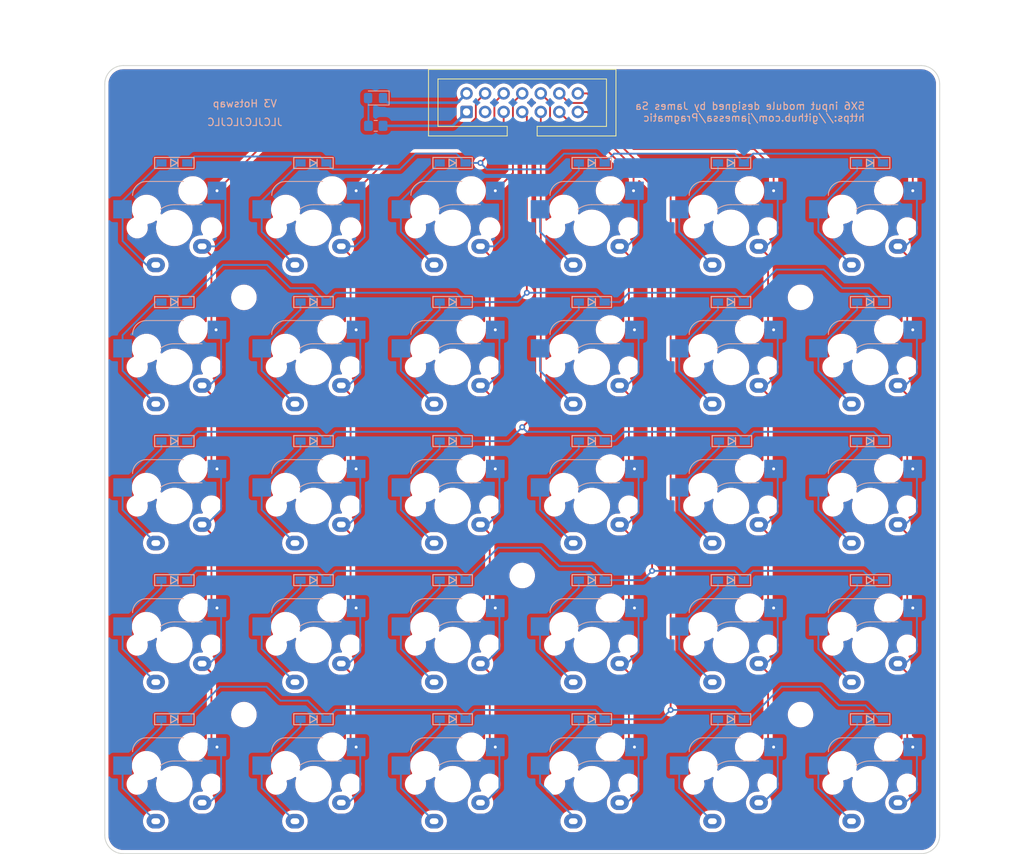
<source format=kicad_pcb>
(kicad_pcb (version 20211014) (generator pcbnew)
  (title_block (title "Pragmatic 5x6 input module") (date "2022-03-22") (rev "3") (company "James Sa"))
  (layers (0 "F.Cu" signal) (31 "B.Cu" signal) (34 "B.Paste" user) (35 "F.Paste" user) (36 "B.SilkS" user "B.Silkscreen") (37 "F.SilkS" user "F.Silkscreen") (38 "B.Mask" user) (39 "F.Mask" user) (44 "Edge.Cuts" user))
  (net 0 "")
  (net 1 "Net-(D1-Pad2)")
  (net 3 "Net-(D2-Pad2)")
  (net 4 "Col1")
  (net 5 "Net-(D7-Pad2)")
  (net 6 "Row2")
  (net 7 "Net-(D8-Pad2)")
  (net 8 "VCC")
  (net 9 "Col3")
  (net 10 "Col2")
  (net 11 "Row3")
  (net 12 "GND")
  (net 13 "Row4")
  (net 14 "Row5")
  (net 15 "Row6")
  (net 16 "Col6")
  (net 17 "Col5")
  (net 18 "Col4")
  (net 19 "Net-(D37-Pad2)")
  (net 20 "Net-(D3-Pad2)")
  (net 21 "Net-(D4-Pad2)")
  (net 22 "Net-(D5-Pad2)")
  (net 23 "Net-(D6-Pad2)")
  (net 24 "Net-(D9-Pad2)")
  (net 25 "Net-(D10-Pad2)")
  (net 26 "Net-(D11-Pad2)")
  (net 27 "Net-(D12-Pad2)")
  (net 28 "Net-(D13-Pad2)")
  (net 29 "Net-(D14-Pad2)")
  (net 30 "Net-(D15-Pad2)")
  (net 31 "Net-(D16-Pad2)")
  (net 32 "Net-(D17-Pad2)")
  (net 33 "Net-(D18-Pad2)")
  (net 34 "Net-(D19-Pad2)")
  (net 35 "Net-(D20-Pad2)")
  (net 36 "Net-(D21-Pad2)")
  (net 37 "Net-(D22-Pad2)")
  (net 38 "Net-(D23-Pad2)")
  (net 39 "Net-(D24-Pad2)")
  (net 40 "Net-(D25-Pad2)")
  (net 41 "Net-(D26-Pad2)")
  (net 42 "Net-(D27-Pad2)")
  (net 43 "Net-(D28-Pad2)")
  (net 44 "Net-(D29-Pad2)")
  (net 45 "Net-(D30-Pad2)")
  (footprint "Keyboard_JSA:CherryMX_Hotswap" (layer "F.Cu") (at 57.15 57.15)
    (fp_text reference "SW1" hide)
    (fp_text value "SW_Push" hide)
  )
  (footprint "Keyboard_JSA:CherryMX_Hotswap" (layer "F.Cu") (at 57.15 76.2)
    (fp_text reference "SW7" hide)
    (fp_text value "SW_Push" hide)
  )
  (footprint "Keyboard_JSA:CherryMX_Hotswap" (layer "F.Cu") (at 76.2 76.2)
    (fp_text reference "SW8" hide)
    (fp_text value "SW_Push" hide)
  )
  (footprint "Keyboard_JSA:CherryMX_Hotswap" (layer "F.Cu") (at 76.2 57.15)
    (fp_text reference "SW2" hide)
    (fp_text value "SW_Push" hide)
  )
  (footprint "Keyboard_JSA:CherryMX_Hotswap" (layer "F.Cu") (at 95.25 57.15)
    (fp_text reference "SW3" hide)
    (fp_text value "SW_Push" hide)
  )
  (footprint "Keyboard_JSA:CherryMX_Hotswap" (layer "F.Cu") (at 114.3 57.15)
    (fp_text reference "SW4" hide)
    (fp_text value "SW_Push" hide)
  )
  (footprint "Keyboard_JSA:CherryMX_Hotswap" (layer "F.Cu") (at 133.35 57.15)
    (fp_text reference "SW5" hide)
    (fp_text value "SW_Push" hide)
  )
  (footprint "Keyboard_JSA:CherryMX_Hotswap" (layer "F.Cu") (at 152.4 57.15)
    (fp_text reference "SW6" hide)
    (fp_text value "SW_Push" hide)
  )
  (footprint "Keyboard_JSA:CherryMX_Hotswap" (layer "F.Cu") (at 95.25 76.2)
    (fp_text reference "SW9" hide)
    (fp_text value "SW_Push" hide)
  )
  (footprint "Keyboard_JSA:CherryMX_Hotswap" (layer "F.Cu") (at 114.3 76.2)
    (fp_text reference "SW10" hide)
    (fp_text value "SW_Push" hide)
  )
  (footprint "Keyboard_JSA:CherryMX_Hotswap" (layer "F.Cu") (at 133.35 76.2)
    (fp_text reference "SW11" hide)
    (fp_text value "SW_Push" hide)
  )
  (footprint "Keyboard_JSA:CherryMX_Hotswap" (layer "F.Cu") (at 152.4 76.2)
    (fp_text reference "SW12" hide)
    (fp_text value "SW_Push" hide)
  )
  (footprint "Keyboard_JSA:CherryMX_Hotswap" (layer "F.Cu") (at 57.15 95.25)
    (fp_text reference "SW13" hide)
    (fp_text value "SW_Push" hide)
  )
  (footprint "Keyboard_JSA:CherryMX_Hotswap" (layer "F.Cu") (at 76.2 95.25)
    (fp_text reference "SW14" hide)
    (fp_text value "SW_Push" hide)
  )
  (footprint "Keyboard_JSA:CherryMX_Hotswap" (layer "F.Cu") (at 95.25 95.25)
    (fp_text reference "SW15" hide)
    (fp_text value "SW_Push" hide)
  )
  (footprint "Keyboard_JSA:CherryMX_Hotswap" (layer "F.Cu") (at 114.3 95.25)
    (fp_text reference "SW16" hide)
    (fp_text value "SW_Push" hide)
  )
  (footprint "Keyboard_JSA:CherryMX_Hotswap" (layer "F.Cu") (at 133.35 95.25)
    (fp_text reference "SW17" hide)
    (fp_text value "SW_Push" hide)
  )
  (footprint "Keyboard_JSA:CherryMX_Hotswap" (layer "F.Cu") (at 152.4 95.25)
    (fp_text reference "SW18" hide)
    (fp_text value "SW_Push" hide)
  )
  (footprint "Keyboard_JSA:CherryMX_Hotswap" (layer "F.Cu") (at 57.15 114.3)
    (fp_text reference "SW19" hide)
    (fp_text value "SW_Push" hide)
  )
  (footprint "Keyboard_JSA:CherryMX_Hotswap" (layer "F.Cu") (at 76.2 114.3)
    (fp_text reference "SW20" hide)
    (fp_text value "SW_Push" hide)
  )
  (footprint "Keyboard_JSA:CherryMX_Hotswap" (layer "F.Cu") (at 95.25 114.3)
    (fp_text reference "SW21" hide)
    (fp_text value "SW_Push" hide)
  )
  (footprint "Keyboard_JSA:CherryMX_Hotswap" (layer "F.Cu") (at 114.3 114.3)
    (fp_text reference "SW22" hide)
    (fp_text value "SW_Push" hide)
  )
  (footprint "Keyboard_JSA:CherryMX_Hotswap" (layer "F.Cu") (at 133.35 114.3)
    (fp_text reference "SW23" hide)
    (fp_text value "SW_Push" hide)
  )
  (footprint "Keyboard_JSA:CherryMX_Hotswap" (layer "F.Cu") (at 152.4 114.3)
    (fp_text reference "SW24" hide)
    (fp_text value "SW_Push" hide)
  )
  (footprint "Keyboard_JSA:CherryMX_Hotswap" (layer "F.Cu") (at 57.15 133.35)
    (fp_text reference "SW25" hide)
    (fp_text value "SW_Push" hide)
  )
  (footprint "Keyboard_JSA:CherryMX_Hotswap" (layer "F.Cu") (at 76.2 133.35)
    (fp_text reference "SW26" hide)
    (fp_text value "SW_Push" hide)
  )
  (footprint "Keyboard_JSA:CherryMX_Hotswap" (layer "F.Cu") (at 95.25 133.35)
    (fp_text reference "SW27" hide)
    (fp_text value "SW_Push" hide)
  )
  (footprint "Keyboard_JSA:CherryMX_Hotswap" (layer "F.Cu") (at 114.3 133.35)
    (fp_text reference "SW28" hide)
    (fp_text value "SW_Push" hide)
  )
  (footprint "Keyboard_JSA:CherryMX_Hotswap" (layer "F.Cu") (at 133.35 133.35)
    (fp_text reference "SW29" hide)
    (fp_text value "SW_Push" hide)
  )
  (footprint "Keyboard_JSA:CherryMX_Hotswap" (layer "F.Cu") (at 152.4 133.35)
    (fp_text reference "SW30" hide)
    (fp_text value "SW_Push" hide)
  )
  (footprint "MountingHole:MountingHole_2.5mm" (layer "F.Cu") (at 104.775 104.775)
    (fp_text reference "H5")
    (fp_text value "MountingHole")
  )
  (footprint "MountingHole:MountingHole_2.5mm" (layer "F.Cu") (at 66.675 66.675)
    (fp_text reference "H1")
    (fp_text value "MountingHole")
  )
  (footprint "MountingHole:MountingHole_2.5mm" (layer "F.Cu") (at 66.675 123.825)
    (fp_text reference "H2")
    (fp_text value "MountingHole")
  )
  (footprint "MountingHole:MountingHole_2.5mm" (layer "F.Cu") (at 142.875 66.675)
    (fp_text reference "H3")
    (fp_text value "MountingHole")
  )
  (footprint "MountingHole:MountingHole_2.5mm" (layer "F.Cu") (at 142.875 123.825)
    (fp_text reference "H4")
    (fp_text value "MountingHole")
  )
  (footprint "Connector_IDC:IDC-Header_2x07_P2.54mm_Vertical" (layer "F.Cu") (at 97.155 41.275 90)
    (fp_text reference "J1" hide)
    (fp_text value "Hand-Soldering")
  )
  (footprint "Pragmatic:Logo" (layer "F.Cu") (at 133.35 42.545)
    (fp_text reference "REF**" hide)
    (fp_text value "Logo" hide)
  )
  (footprint "Symbol:OSHW-Logo_5.7x6mm_Copper" (layer "F.Cu") (at 69.215 41.91)
    (fp_text reference "LOGO1" hide)
    (fp_text value "Logo_Open_Hardware_Small" hide)
  )
  (footprint "Keyboard_Foostan:D3_SMD_v2" (layer "B.Cu") (at 57.15 48.26 180)
    (fp_text reference "D1" hide)
    (fp_text value "1N4148" hide)
  )
  (footprint "Keyboard_Foostan:D3_SMD_v2" (layer "B.Cu") (at 57.15 67.31 180)
    (fp_text reference "D7" hide)
    (fp_text value "1N4148" hide)
  )
  (footprint "Keyboard_Foostan:D3_SMD_v2" (layer "B.Cu") (at 76.2 67.31 180)
    (fp_text reference "D8" hide)
    (fp_text value "1N4148" hide)
  )
  (footprint "Keyboard_Foostan:D3_SMD_v2" (layer "B.Cu") (at 76.2 48.26 180)
    (fp_text reference "D2" hide)
    (fp_text value "1N4148" hide)
  )
  (footprint "Keyboard_Foostan:D3_SMD_v2" (layer "B.Cu") (at 95.25 48.26 180)
    (fp_text reference "D3" hide)
    (fp_text value "1N4148" hide)
  )
  (footprint "Keyboard_Foostan:D3_SMD_v2" (layer "B.Cu") (at 114.3 48.26 180)
    (fp_text reference "D4" hide)
    (fp_text value "1N4148" hide)
  )
  (footprint "Keyboard_Foostan:D3_SMD_v2" (layer "B.Cu") (at 133.35 48.26 180)
    (fp_text reference "D5" hide)
    (fp_text value "1N4148" hide)
  )
  (footprint "Keyboard_Foostan:D3_SMD_v2" (layer "B.Cu") (at 152.4 48.26 180)
    (fp_text reference "D6" hide)
    (fp_text value "1N4148" hide)
  )
  (footprint "Keyboard_Foostan:D3_SMD_v2" (layer "B.Cu") (at 95.25 67.31 180)
    (fp_text reference "D9" hide)
    (fp_text value "1N4148" hide)
  )
  (footprint "Keyboard_Foostan:D3_SMD_v2" (layer "B.Cu") (at 114.3 67.31 180)
    (fp_text reference "D10" hide)
    (fp_text value "1N4148" hide)
  )
  (footprint "Keyboard_Foostan:D3_SMD_v2" (layer "B.Cu") (at 133.35 67.31 180)
    (fp_text reference "D11" hide)
    (fp_text value "1N4148" hide)
  )
  (footprint "Keyboard_Foostan:D3_SMD_v2" (layer "B.Cu") (at 152.4 67.31 180)
    (fp_text reference "D12" hide)
    (fp_text value "1N4148" hide)
  )
  (footprint "Keyboard_Foostan:D3_SMD_v2" (layer "B.Cu") (at 57.15 86.36 180)
    (fp_text reference "D13" hide)
    (fp_text value "1N4148" hide)
  )
  (footprint "Keyboard_Foostan:D3_SMD_v2" (layer "B.Cu") (at 76.2 86.36 180)
    (fp_text reference "D14" hide)
    (fp_text value "1N4148" hide)
  )
  (footprint "Keyboard_Foostan:D3_SMD_v2" (layer "B.Cu") (at 95.25 86.36 180)
    (fp_text reference "D15" hide)
    (fp_text value "1N4148" hide)
  )
  (footprint "Keyboard_Foostan:D3_SMD_v2" (layer "B.Cu") (at 114.3 86.36 180)
    (fp_text reference "D16" hide)
    (fp_text value "1N4148" hide)
  )
  (footprint "Keyboard_Foostan:D3_SMD_v2" (layer "B.Cu") (at 133.48 86.36 180)
    (fp_text reference "D17" hide)
    (fp_text value "1N4148" hide)
  )
  (footprint "Keyboard_Foostan:D3_SMD_v2" (layer "B.Cu") (at 152.4 86.36 180)
    (fp_text reference "D18" hide)
    (fp_text value "1N4148" hide)
  )
  (footprint "Keyboard_Foostan:D3_SMD_v2" (layer "B.Cu") (at 57.15 105.41 180)
    (fp_text reference "D19" hide)
    (fp_text value "1N4148" hide)
  )
  (footprint "Keyboard_Foostan:D3_SMD_v2" (layer "B.Cu") (at 76.2 105.41 180)
    (fp_text reference "D20" hide)
    (fp_text value "1N4148" hide)
  )
  (footprint "Keyboard_Foostan:D3_SMD_v2" (layer "B.Cu") (at 95.25 105.41 180)
    (fp_text reference "D21" hide)
    (fp_text value "1N4148" hide)
  )
  (footprint "Keyboard_Foostan:D3_SMD_v2" (layer "B.Cu") (at 114.3 105.41 180)
    (fp_text reference "D22" hide)
    (fp_text value "1N4148" hide)
  )
  (footprint "Keyboard_Foostan:D3_SMD_v2" (layer "B.Cu") (at 133.35 105.41 180)
    (fp_text reference "D23" hide)
    (fp_text value "1N4148" hide)
  )
  (footprint "Keyboard_Foostan:D3_SMD_v2" (layer "B.Cu") (at 152.4 105.41 180)
    (fp_text reference "D24" hide)
    (fp_text value "1N4148" hide)
  )
  (footprint "Keyboard_Foostan:D3_SMD_v2" (layer "B.Cu") (at 57.15 124.46 180)
    (fp_text reference "D25" hide)
    (fp_text value "1N4148" hide)
  )
  (footprint "Keyboard_Foostan:D3_SMD_v2" (layer "B.Cu") (at 76.2 124.46 180)
    (fp_text reference "D26" hide)
    (fp_text value "1N4148" hide)
  )
  (footprint "Keyboard_Foostan:D3_SMD_v2" (layer "B.Cu") (at 95.25 124.46 180)
    (fp_text reference "D27" hide)
    (fp_text value "1N4148" hide)
  )
  (footprint "Keyboard_Foostan:D3_SMD_v2" (layer "B.Cu") (at 114.3 124.46 180)
    (fp_text reference "D28" hide)
    (fp_text value "1N4148" hide)
  )
  (footprint "Keyboard_Foostan:D3_SMD_v2" (layer "B.Cu") (at 133.35 124.46 180)
    (fp_text reference "D29" hide)
    (fp_text value "1N4148" hide)
  )
  (footprint "Keyboard_Foostan:D3_SMD_v2" (layer "B.Cu") (at 152.4 124.46 180)
    (fp_text reference "D30" hide)
    (fp_text value "1N4148" hide)
  )
  (footprint "LED_SMD:LED_0805_2012Metric_Pad1.15x1.40mm_HandSolder" (layer "B.Cu") (at 84.7 39.37 180)
    (fp_text reference "D37")
    (fp_text value "White LED")
  )
  (footprint "Resistor_SMD:R_0805_2012Metric_Pad1.20x1.40mm_HandSolder" (layer "B.Cu") (at 84.725 43.18 180)
    (fp_text reference "R1")
    (fp_text value "1.5K 1/8W")
  )
  (gr_line (start 50.165 142.875) (end 159.385 142.875) (layer "Edge.Cuts") (width 0.12))
  (gr_arc (start 161.925 140.335) (mid 161.181051 142.131051) (end 159.385 142.875) (layer "Edge.Cuts") (width 0.12))
  (gr_arc (start 159.385 34.925) (mid 161.181051 35.668949) (end 161.925 37.465) (layer "Edge.Cuts") (width 0.12))
  (gr_line (start 161.925 37.465) (end 161.925 140.335) (layer "Edge.Cuts") (width 0.12))
  (gr_arc (start 50.165 142.875) (mid 48.368949 142.131051) (end 47.625 140.335) (layer "Edge.Cuts") (width 0.12))
  (gr_line (start 159.385 34.925) (end 50.165 34.925) (layer "Edge.Cuts") (width 0.12))
  (gr_arc (start 47.625 37.465) (mid 48.368949 35.668949) (end 50.165 34.925) (layer "Edge.Cuts") (width 0.12))
  (gr_line (start 47.625 37.465) (end 47.625 140.335) (layer "Edge.Cuts") (width 0.12))
  (gr_text "5X6 input module designed by James Sa\nhttps://github.com/jamessa/Pragmatic" (at 151.765 41.275) (layer "B.SilkS") (effects (font (size 1 1)) (justify left mirror)))
  (gr_text "김" (at 68.58 84.455) (layer "B.SilkS") (effects (font (size 1 1)) (justify mirror)))
  (gr_text "JLCJLCJLCJLC" (at 66.802 42.672) (layer "B.SilkS") (effects (font (size 1.016 1)) (justify mirror)))
  (gr_text "김" (at 67.31 85.09) (layer "B.SilkS") (effects (font (size 1.5 1.5)) (justify mirror)))
  (gr_text "V3 Hotswap" (at 66.802 40.132) (layer "B.SilkS") (effects (font (size 1 1)) (justify mirror)))
  (segment (start 50.065 54.61) (end 50.065 58.955) (width 0.25) (layer "B.Cu") (net 1))
  (segment (start 50.065 58.955) (end 53.34 62.23) (width 0.25) (layer "B.Cu") (net 1))
  (segment (start 55.375 48.26) (end 55.245 48.26) (width 0.25) (layer "B.Cu") (net 1))
  (segment (start 55.245 48.26) (end 50.065 53.44) (width 0.25) (layer "B.Cu") (net 1))
  (segment (start 53.34 62.23) (end 54.61 62.23) (width 0.25) (layer "B.Cu") (net 1))
  (segment (start 50.065 53.44) (end 50.065 54.61) (width 0.25) (layer "B.Cu") (net 1))
  (segment (start 69.115 54.61) (end 69.115 57.685) (width 0.25) (layer "B.Cu") (net 3))
  (segment (start 69.115 53.44) (end 69.115 54.61) (width 0.25) (layer "B.Cu") (net 3))
  (segment (start 74.425 48.26) (end 74.295 48.26) (width 0.25) (layer "B.Cu") (net 3))
  (segment (start 69.115 57.685) (end 73.66 62.23) (width 0.25) (layer "B.Cu") (net 3))
  (segment (start 74.295 48.26) (end 69.115 53.44) (width 0.25) (layer "B.Cu") (net 3))
  (segment (start 69.596 45.466) (end 62.992 52.07) (width 0.25) (layer "F.Cu") (net 4))
  (segment (start 60.96 59.69) (end 62.23 60.96) (width 0.25) (layer "F.Cu") (net 4))
  (segment (start 62.23 60.96) (end 62.23 70.485) (width 0.25) (layer "F.Cu") (net 4))
  (segment (start 62.23 89.408) (end 62.992 90.17) (width 0.25) (layer "F.Cu") (net 4))
  (segment (start 98.425 42.093861) (end 95.052861 45.466) (width 0.25) (layer "F.Cu") (net 4))
  (segment (start 60.96 78.74) (end 62.23 80.01) (width 0.25) (layer "F.Cu") (net 4))
  (segment (start 62.23 108.458) (end 62.992 109.22) (width 0.25) (layer "F.Cu") (net 4))
  (segment (start 60.96 116.84) (end 62.23 118.11) (width 0.25) (layer "F.Cu") (net 4))
  (segment (start 99.695 38.735) (end 98.425 40.005) (width 0.25) (layer "F.Cu") (net 4))
  (segment (start 62.23 118.11) (end 62.23 127.508) (width 0.25) (layer "F.Cu") (net 4))
  (segment (start 62.23 80.01) (end 62.23 89.408) (width 0.25) (layer "F.Cu") (net 4))
  (segment (start 95.052861 45.466) (end 69.596 45.466) (width 0.25) (layer "F.Cu") (net 4))
  (segment (start 62.23 127.508) (end 62.992 128.27) (width 0.25) (layer "F.Cu") (net 4))
  (segment (start 62.23 99.06) (end 62.23 108.458) (width 0.25) (layer "F.Cu") (net 4))
  (segment (start 60.96 97.79) (end 62.23 99.06) (width 0.25) (layer "F.Cu") (net 4))
  (segment (start 62.23 70.485) (end 62.865 71.12) (width 0.25) (layer "F.Cu") (net 4))
  (segment (start 98.425 40.005) (end 98.425 42.093861) (width 0.25) (layer "F.Cu") (net 4))
  (via (at 62.992 128.27) (size 0.8) (drill 0.4) (layers "F.Cu" "B.Cu") (net 4))
  (via (at 62.992 90.17) (size 0.8) (drill 0.4) (layers "F.Cu" "B.Cu") (net 4))
  (via (at 62.992 109.22) (size 0.8) (drill 0.4) (layers "F.Cu" "B.Cu") (net 4))
  (via (at 62.992 52.07) (size 0.8) (drill 0.4) (layers "F.Cu" "B.Cu") (net 4))
  (via (at 62.865 71.12) (size 0.8) (drill 0.4) (layers "F.Cu" "B.Cu") (net 4))
  (segment (start 63.554521 90.732521) (end 63.554521 95.798636) (width 0.25) (layer "B.Cu") (net 4))
  (segment (start 62.865 59.69) (end 60.96 59.69) (width 0.25) (layer "B.Cu") (net 4))
  (segment (start 64.135 58.42) (end 62.865 59.69) (width 0.25) (layer "B.Cu") (net 4))
  (segment (start 64.135 53.213) (end 64.135 58.42) (width 0.25) (layer "B.Cu") (net 4))
  (segment (start 61.96 135.89) (end 60.96 135.89) (width 0.25) (layer "B.Cu") (net 4))
  (segment (start 61.96 78.74) (end 63.554521 77.145479) (width 0.25) (layer "B.Cu") (net 4))
  (segment (start 62.992 52.07) (end 64.135 53.213) (width 0.25) (layer "B.Cu") (net 4))
  (segment (start 61.563157 97.79) (end 60.96 97.79) (width 0.25) (layer "B.Cu") (net 4))
  (segment (start 63.554521 115.245479) (end 61.96 116.84) (width 0.25) (layer "B.Cu") (net 4))
  (segment (start 63.554521 95.798636) (end 61.563157 97.79) (width 0.25) (layer "B.Cu") (net 4))
  (segment (start 63.554521 77.145479) (end 63.554521 71.809521) (width 0.25) (layer "B.Cu") (net 4))
  (segment (start 63.554521 128.832521) (end 63.554521 134.295479) (width 0.25) (layer "B.Cu") (net 4))
  (segment (start 62.992 128.27) (end 63.554521 128.832521) (width 0.25) (layer "B.Cu") (net 4))
  (segment (start 62.992 90.17) (end 63.554521 90.732521) (width 0.25) (layer "B.Cu") (net 4))
  (segment (start 62.992 109.22) (end 63.554521 109.782521) (width 0.25) (layer "B.Cu") (net 4))
  (segment (start 63.554521 109.782521) (end 63.554521 115.245479) (width 0.25) (layer "B.Cu") (net 4))
  (segment (start 63.554521 134.295479) (end 61.96 135.89) (width 0.25) (layer "B.Cu") (net 4))
  (segment (start 60.96 78.74) (end 61.96 78.74) (width 0.25) (layer "B.Cu") (net 4))
  (segment (start 61.96 116.84) (end 60.96 116.84) (width 0.25) (layer "B.Cu") (net 4))
  (segment (start 63.554521 71.809521) (end 62.865 71.12) (width 0.25) (layer "B.Cu") (net 4))
  (segment (start 54.61 67.31) (end 50.065 71.855) (width 0.25) (layer "B.Cu") (net 5))
  (segment (start 55.375 67.31) (end 54.61 67.31) (width 0.25) (layer "B.Cu") (net 5))
  (segment (start 50.065 71.855) (end 50.065 73.66) (width 0.25) (layer "B.Cu") (net 5))
  (segment (start 50.065 76.735) (end 54.61 81.28) (width 0.25) (layer "B.Cu") (net 5))
  (segment (start 50.065 73.66) (end 50.065 76.735) (width 0.25) (layer "B.Cu") (net 5))
  (segment (start 102.235 41.275) (end 102.235 45.085) (width 0.25) (layer "F.Cu") (net 6))
  (segment (start 102.235 45.085) (end 99.06 48.26) (width 0.25) (layer "F.Cu") (net 6))
  (via (at 99.06 48.26) (size 0.8) (drill 0.4) (layers "F.Cu" "B.Cu") (net 6))
  (segment (start 99.06 48.26) (end 99.938511 49.138511) (width 0.25) (layer "B.Cu") (net 6))
  (segment (start 108.341489 49.138511) (end 110.49 46.99) (width 0.25) (layer "B.Cu") (net 6))
  (segment (start 99.938511 49.138511) (end 108.341489 49.138511) (width 0.25) (layer "B.Cu") (net 6))
  (segment (start 133.855 46.99) (end 135.125 48.26) (width 0.25) (layer "B.Cu") (net 6))
  (segment (start 114.805 46.99) (end 116.075 48.26) (width 0.25) (layer "B.Cu") (net 6))
  (segment (start 116.075 48.26) (end 117.345 46.99) (width 0.25) (layer "B.Cu") (net 6))
  (segment (start 136.395 46.99) (end 135.125 48.26) (width 0.25) (layer "B.Cu") (net 6))
  (segment (start 99.06 48.26) (end 97.025 48.26) (width 0.25) (layer "B.Cu") (net 6))
  (segment (start 154.175 48.26) (end 152.905 46.99) (width 0.25) (layer "B.Cu") (net 6))
  (segment (start 78.853511 49.138511) (end 88.021489 49.138511) (width 0.25) (layer "B.Cu") (net 6))
  (segment (start 88.021489 49.138511) (end 90.17 46.99) (width 0.25) (layer "B.Cu") (net 6))
  (segment (start 152.905 46.99) (end 136.395 46.99) (width 0.25) (layer "B.Cu") (net 6))
  (segment (start 59.933511 47.381489) (end 77.096489 47.381489) (width 0.25) (layer "B.Cu") (net 6))
  (segment (start 77.096489 47.381489) (end 77.975 48.26) (width 0.25) (layer "B.Cu") (net 6))
  (segment (start 59.055 48.26) (end 59.933511 47.381489) (width 0.25) (layer "B.Cu") (net 6))
  (segment (start 110.49 46.99) (end 114.805 46.99) (width 0.25) (layer "B.Cu") (net 6))
  (segment (start 95.755 46.99) (end 97.025 48.26) (width 0.25) (layer "B.Cu") (net 6))
  (segment (start 90.17 46.99) (end 95.755 46.99) (width 0.25) (layer "B.Cu") (net 6))
  (segment (start 77.975 48.26) (end 78.853511 49.138511) (width 0.25) (layer "B.Cu") (net 6))
  (segment (start 117.345 46.99) (end 133.855 46.99) (width 0.25) (layer "B.Cu") (net 6))
  (segment (start 58.925 48.26) (end 59.055 48.26) (width 0.25) (layer "B.Cu") (net 6))
  (segment (start 74.425 67.31) (end 74.425 68.35) (width 0.25) (layer "B.Cu") (net 7))
  (segment (start 74.425 68.35) (end 69.115 73.66) (width 0.25) (layer "B.Cu") (net 7))
  (segment (start 69.115 73.66) (end 69.115 76.735) (width 0.25) (layer "B.Cu") (net 7))
  (segment (start 69.115 76.735) (end 73.66 81.28) (width 0.25) (layer "B.Cu") (net 7))
  (segment (start 95.25 43.18) (end 97.155 41.275) (width 0.3556) (layer "B.Cu") (net 8))
  (segment (start 85.725 43.18) (end 95.25 43.18) (width 0.3556) (layer "B.Cu") (net 8))
  (segment (start 99.06 78.74) (end 100.33 80.01) (width 0.25) (layer "F.Cu") (net 9))
  (segment (start 100.33 108.458) (end 101.092 109.22) (width 0.25) (layer "F.Cu") (net 9))
  (segment (start 100.33 99.06) (end 100.33 108.458) (width 0.25) (layer "F.Cu") (net 9))
  (segment (start 103.505 49.657) (end 101.092 52.07) (width 0.25) (layer "F.Cu") (net 9))
  (segment (start 100.33 60.96) (end 100.33 70.358) (width 0.25) (layer "F.Cu") (net 9))
  (segment (start 104.775 38.735) (end 103.505 40.005) (width 0.25) (layer "F.Cu") (net 9))
  (segment (start 100.33 89.408) (end 101.092 90.17) (width 0.25) (layer "F.Cu") (net 9))
  (segment (start 99.06 59.69) (end 100.33 60.96) (width 0.25) (layer "F.Cu") (net 9))
  (segment (start 100.33 127.508) (end 101.092 128.27) (width 0.25) (layer "F.Cu") (net 9))
  (segment (start 100.33 118.11) (end 100.33 127.508) (width 0.25) (layer "F.Cu") (net 9))
  (segment (start 103.505 40.005) (end 103.505 49.657) (width 0.25) (layer "F.Cu") (net 9))
  (segment (start 99.06 97.79) (end 100.33 99.06) (width 0.25) (layer "F.Cu") (net 9))
  (segment (start 100.33 80.01) (end 100.33 89.408) (width 0.25) (layer "F.Cu") (net 9))
  (segment (start 100.33 70.358) (end 101.092 71.12) (width 0.25) (layer "F.Cu") (net 9))
  (segment (start 99.06 116.84) (end 100.33 118.11) (width 0.25) (layer "F.Cu") (net 9))
  (via (at 101.092 52.07) (size 0.8) (drill 0.4) (layers "F.Cu" "B.Cu") (net 9))
  (via (at 101.092 71.12) (size 0.8) (drill 0.4) (layers "F.Cu" "B.Cu") (net 9))
  (via (at 101.092 90.17) (size 0.8) (drill 0.4) (layers "F.Cu" "B.Cu") (net 9))
  (via (at 101.092 128.27) (size 0.8) (drill 0.4) (layers "F.Cu" "B.Cu") (net 9))
  (via (at 101.092 109.22) (size 0.8) (drill 0.4) (layers "F.Cu" "B.Cu") (net 9))
  (segment (start 99.663157 135.89) (end 99.06 135.89) (width 0.25) (layer "B.Cu") (net 9))
  (segment (start 101.654521 133.898636) (end 99.663157 135.89) (width 0.25) (layer "B.Cu") (net 9))
  (segment (start 101.092 71.12) (end 101.654521 71.682521) (width 0.25) (layer "B.Cu") (net 9))
  (segment (start 100.06 97.79) (end 99.06 97.79) (width 0.25) (layer "B.Cu") (net 9))
  (segment (start 100.965 59.69) (end 99.06 59.69) (width 0.25) (layer "B.Cu") (net 9))
  (segment (start 101.654521 109.782521) (end 101.654521 114.880479) (width 0.25) (layer "B.Cu") (net 9))
  (segment (start 102.235 58.42) (end 100.965 59.69) (width 0.25) (layer "B.Cu") (net 9))
  (segment (start 101.092 52.07) (end 102.235 53.213) (width 0.25) (layer "B.Cu") (net 9))
  (segment (start 102.235 53.213) (end 102.235 58.42) (width 0.25) (layer "B.Cu") (net 9))
  (segment (start 101.654521 77.145479) (end 100.06 78.74) (width 0.25) (layer "B.Cu") (net 9))
  (segment (start 100.06 78.74) (end 99.06 78.74) (width 0.25) (layer "B.Cu") (net 9))
  (segment (start 101.654521 96.195479) (end 100.06 97.79) (width 0.25) (layer "B.Cu") (net 9))
  (segment (start 101.092 128.27) (end 101.654521 128.832521) (width 0.25) (layer "B.Cu") (net 9))
  (segment (start 101.654521 128.832521) (end 101.654521 133.898636) (width 0.25) (layer "B.Cu") (net 9))
  (segment (start 101.092 90.17) (end 101.654521 90.732521) (width 0.25) (layer "B.Cu") (net 9))
  (segment (start 99.695 116.84) (end 99.06 116.84) (width 0.25) (layer "B.Cu") (net 9))
  (segment (start 101.092 109.22) (end 101.654521 109.782521) (width 0.25) (layer "B.Cu") (net 9))
  (segment (start 101.654521 114.880479) (end 99.695 116.84) (width 0.25) (layer "B.Cu") (net 9))
  (segment (start 101.654521 90.732521) (end 101.654521 96.195479) (width 0.25) (layer "B.Cu") (net 9))
  (segment (start 101.654521 71.682521) (end 101.654521 77.145479) (width 0.25) (layer "B.Cu") (net 9))
  (segment (start 80.01 97.79) (end 81.28 99.06) (width 0.25) (layer "F.Cu") (net 10))
  (segment (start 99.187 46.228) (end 87.884 46.228) (width 0.25) (layer "F.Cu") (net 10))
  (segment (start 80.01 116.84) (end 81.28 118.11) (width 0.25) (layer "F.Cu") (net 10))
  (segment (start 81.28 70.358) (end 82.042 71.12) (width 0.25) (layer "F.Cu") (net 10))
  (segment (start 81.28 60.96) (end 81.28 70.358) (width 0.25) (layer "F.Cu") (net 10))
  (segment (start 81.28 127.508) (end 82.042 128.27) (width 0.25) (layer "F.Cu") (net 10))
  (segment (start 80.01 59.69) (end 81.28 60.96) (width 0.25) (layer "F.Cu") (net 10))
  (segment (start 87.884 46.228) (end 82.042 52.07) (width 0.25) (layer "F.Cu") (net 10))
  (segment (start 81.28 99.06) (end 81.28 108.458) (width 0.25) (layer "F.Cu") (net 10))
  (segment (start 81.28 80.01) (end 81.28 89.408) (width 0.25) (layer "F.Cu") (net 10))
  (segment (start 81.28 118.11) (end 81.28 127.508) (width 0.25) (layer "F.Cu") (net 10))
  (segment (start 81.28 89.408) (end 82.042 90.17) (width 0.25) (layer "F.Cu") (net 10))
  (segment (start 100.965 44.45) (end 99.187 46.228) (width 0.25) (layer "F.Cu") (net 10))
  (segment (start 100.965 40.005) (end 100.965 44.45) (width 0.25) (layer "F.Cu") (net 10))
  (segment (start 81.28 108.458) (end 82.042 109.22) (width 0.25) (layer "F.Cu") (net 10))
  (segment (start 80.01 78.74) (end 81.28 80.01) (width 0.25) (layer "F.Cu") (net 10))
  (segment (start 102.235 38.735) (end 100.965 40.005) (width 0.25) (layer "F.Cu") (net 10))
  (via (at 82.042 109.22) (size 0.8) (drill 0.4) (layers "F.Cu" "B.Cu") (net 10))
  (via (at 82.042 90.17) (size 0.8) (drill 0.4) (layers "F.Cu" "B.Cu") (net 10))
  (via (at 82.042 71.12) (size 0.8) (drill 0.4) (layers "F.Cu" "B.Cu") (net 10))
  (via (at 82.042 52.07) (size 0.8) (drill 0.4) (layers "F.Cu" "B.Cu") (net 10))
  (via (at 82.042 128.27) (size 0.8) (drill 0.4) (layers "F.Cu" "B.Cu") (net 10))
  (segment (start 82.604521 77.145479) (end 81.01 78.74) (width 0.25) (layer "B.Cu") (net 10))
  (segment (start 81.01 78.74) (end 80.01 78.74) (width 0.25) (layer "B.Cu") (net 10))
  (segment (start 82.042 71.12) (end 82.604521 71.682521) (width 0.25) (layer "B.Cu") (net 10))
  (segment (start 82.604521 109.782521) (end 82.604521 115.245479) (width 0.25) (layer "B.Cu") (net 10))
  (segment (start 82.604521 115.245479) (end 81.01 116.84) (width 0.25) (layer "B.Cu") (net 10))
  (segment (start 82.604521 96.195479) (end 81.01 97.79) (width 0.25) (layer "B.Cu") (net 10))
  (segment (start 81.01 97.79) (end 80.01 97.79) (width 0.25) (layer "B.Cu") (net 10))
  (segment (start 82.042 90.17) (end 82.604521 90.732521) (width 0.25) (layer "B.Cu") (net 10))
  (segment (start 83.185 58.42) (end 81.915 59.69) (width 0.25) (layer "B.Cu") (net 10))
  (segment (start 82.042 109.22) (end 82.604521 109.782521) (width 0.25) (layer "B.Cu") (net 10))
  (segment (start 83.185 53.213) (end 83.185 58.42) (width 0.25) (layer "B.Cu") (net 10))
  (segment (start 82.604521 71.682521) (end 82.604521 77.145479) (width 0.25) (layer "B.Cu") (net 10))
  (segment (start 82.604521 90.732521) (end 82.604521 96.195479) (width 0.25) (layer "B.Cu") (net 10))
  (segment (start 82.604521 134.295479) (end 81.01 135.89) (width 0.25) (layer "B.Cu") (net 10))
  (segment (start 81.915 59.69) (end 80.01 59.69) (width 0.25) (layer "B.Cu") (net 10))
  (segment (start 81.01 135.89) (end 80.01 135.89) (width 0.25) (layer "B.Cu") (net 10))
  (segment (start 82.042 52.07) (end 83.185 53.213) (width 0.25) (layer "B.Cu") (net 10))
  (segment (start 82.604521 128.832521) (end 82.604521 134.295479) (width 0.25) (layer "B.Cu") (net 10))
  (segment (start 82.042 128.27) (end 82.604521 128.832521) (width 0.25) (layer "B.Cu") (net 10))
  (segment (start 81.01 116.84) (end 80.01 116.84) (width 0.25) (layer "B.Cu") (net 10))
  (segment (start 105.41 41.91) (end 105.41 66.04) (width 0.25) (layer "F.Cu") (net 11))
  (segment (start 104.775 41.275) (end 105.41 41.91) (width 0.25) (layer "F.Cu") (net 11))
  (via (at 105.41 66.04) (size 0.8) (drill 0.4) (layers "F.Cu" "B.Cu") (net 11))
  (segment (start 116.075 67.31) (end 118.11 67.31) (width 0.25) (layer "B.Cu") (net 11))
  (segment (start 119.38 66.04) (end 133.855 66.04) (width 0.25) (layer "B.Cu") (net 11))
  (segment (start 77.975 67.31) (end 79.245 66.04) (width 0.25) (layer "B.Cu") (net 11))
  (segment (start 114.805 66.04) (end 105.41 66.04) (width 0.25) (layer "B.Cu") (net 11))
  (segment (start 104.14 67.31) (end 105.41 66.04) (width 0.25) (layer "B.Cu") (net 11))
  (segment (start 79.245 66.04) (end 95.755 66.04) (width 0.25) (layer "B.Cu") (net 11))
  (segment (start 73.025 65.405) (end 76.07 65.405) (width 0.25) (layer "B.Cu") (net 11))
  (segment (start 146.05 62.865) (end 139.57 62.865) (width 0.25) (layer "B.Cu") (net 11))
  (segment (start 58.925 67.31) (end 58.925 67.1225) (width 0.25) (layer "B.Cu") (net 11))
  (segment (start 152.27 65.405) (end 148.59 65.405) (width 0.25) (layer "B.Cu") (net 11))
  (segment (start 95.755 66.04) (end 97.025 67.31) (width 0.25) (layer "B.Cu") (net 11))
  (segment (start 118.11 67.31) (end 119.38 66.04) (width 0.25) (layer "B.Cu") (net 11))
  (segment (start 116.075 67.31) (end 114.805 66.04) (width 0.25) (layer "B.Cu") (net 11))
  (segment (start 148.59 65.405) (end 146.05 62.865) (width 0.25) (layer "B.Cu") (net 11))
  (segment (start 69.85 62.23) (end 73.025 65.405) (width 0.25) (layer "B.Cu") (net 11))
  (segment (start 76.07 65.405) (end 77.975 67.31) (width 0.25) (layer "B.Cu") (net 11))
  (segment (start 133.855 66.04) (end 135.125 67.31) (width 0.25) (layer "B.Cu") (net 11))
  (segment (start 139.57 62.865) (end 135.125 67.31) (width 0.25) (layer "B.Cu") (net 11))
  (segment (start 97.025 67.31) (end 104.14 67.31) (width 0.25) (layer "B.Cu") (net 11))
  (segment (start 154.175 67.31) (end 152.27 65.405) (width 0.25) (layer "B.Cu") (net 11))
  (segment (start 63.8175 62.23) (end 69.85 62.23) (width 0.25) (layer "B.Cu") (net 11))
  (segment (start 58.925 67.1225) (end 63.8175 62.23) (width 0.25) (layer "B.Cu") (net 11))
  (segment (start 97.155 38.735) (end 95.885 40.005) (width 0.3556) (layer "B.Cu") (net 12))
  (segment (start 86.36 40.005) (end 85.725 39.37) (width 0.3556) (layer "B.Cu") (net 12))
  (segment (start 95.885 40.005) (end 86.36 40.005) (width 0.3556) (layer "B.Cu") (net 12))
  (segment (start 107.315 81.915) (end 104.775 84.455) (width 0.25) (layer "F.Cu") (net 13))
  (segment (start 107.315 41.275) (end 107.315 81.915) (width 0.25) (layer "F.Cu") (net 13))
  (via (at 104.775 84.455) (size 0.8) (drill 0.4) (layers "F.Cu" "B.Cu") (net 13))
  (segment (start 116.075 86.36) (end 117.475 86.36) (width 0.25) (layer "B.Cu") (net 13))
  (segment (start 58.925 86.36) (end 59.125 86.36) (width 0.25) (layer "B.Cu") (net 13))
  (segment (start 104.775 84.455) (end 102.87 86.36) (width 0.25) (layer "B.Cu") (net 13))
  (segment (start 60.395 85.09) (end 76.705 85.09) (width 0.25) (layer "B.Cu") (net 13))
  (segment (start 152.905 85.09) (end 154.175 86.36) (width 0.25) (layer "B.Cu") (net 13))
  (segment (start 118.745 85.09) (end 133.985 85.09) (width 0.25) (layer "B.Cu") (net 13))
  (segment (start 104.775 84.455) (end 105.41 85.09) (width 0.25) (layer "B.Cu") (net 13))
  (segment (start 59.125 86.36) (end 60.395 85.09) (width 0.25) (layer "B.Cu") (net 13))
  (segment (start 95.755 85.09) (end 79.245 85.09) (width 0.25) (layer "B.Cu") (net 13))
  (segment (start 76.705 85.09) (end 77.975 86.36) (width 0.25) (layer "B.Cu") (net 13))
  (segment (start 105.41 85.09) (end 114.805 85.09) (width 0.25) (layer "B.Cu") (net 13))
  (segment (start 114.805 85.09) (end 116.075 86.36) (width 0.25) (layer "B.Cu") (net 13))
  (segment (start 135.255 86.36) (end 136.525 85.09) (width 0.25) (layer "B.Cu") (net 13))
  (segment (start 102.87 86.36) (end 97.025 86.36) (width 0.25) (layer "B.Cu") (net 13))
  (segment (start 97.025 86.36) (end 95.755 85.09) (width 0.25) (layer "B.Cu") (net 13))
  (segment (start 133.985 85.09) (end 135.255 86.36) (width 0.25) (layer "B.Cu") (net 13))
  (segment (start 136.525 85.09) (end 152.905 85.09) (width 0.25) (layer "B.Cu") (net 13))
  (segment (start 79.245 85.09) (end 77.975 86.36) (width 0.25) (layer "B.Cu") (net 13))
  (segment (start 117.475 86.36) (end 118.745 85.09) (width 0.25) (layer "B.Cu") (net 13))
  (segment (start 113.03 44.45) (end 115.57 44.45) (width 0.25) (layer "F.Cu") (net 14))
  (segment (start 122.555 51.435) (end 122.555 104.14) (width 0.25) (layer "F.Cu") (net 14))
  (segment (start 115.57 44.45) (end 122.555 51.435) (width 0.25) (layer "F.Cu") (net 14))
  (segment (start 109.855 41.275) (end 113.03 44.45) (width 0.25) (layer "F.Cu") (net 14))
  (via (at 122.555 104.14) (size 0.8) (drill 0.4) (layers "F.Cu" "B.Cu") (net 14))
  (segment (start 135.125 105.41) (end 133.855 104.14) (width 0.25) (layer "B.Cu") (net 14))
  (segment (start 77.975 105.41) (end 76.705 104.14) (width 0.25) (layer "B.Cu") (net 14))
  (segment (start 116.075 105.41) (end 121.285 105.41) (width 0.25) (layer "B.Cu") (net 14))
  (segment (start 133.855 104.14) (end 122.555 104.14) (width 0.25) (layer "B.Cu") (net 14))
  (segment (start 114.3 103.505) (end 109.855 103.505) (width 0.25) (layer "B.Cu") (net 14))
  (segment (start 151.470479 104.14) (end 136.395 104.14) (width 0.25) (layer "B.Cu") (net 14))
  (segment (start 121.285 105.41) (end 122.555 104.14) (width 0.25) (layer "B.Cu") (net 14))
  (segment (start 60.195 104.14) (end 58.925 105.41) (width 0.25) (layer "B.Cu") (net 14))
  (segment (start 101.47 100.965) (end 97.025 105.41) (width 0.25) (layer "B.Cu") (net 14))
  (segment (start 107.315 100.965) (end 101.47 100.965) (width 0.25) (layer "B.Cu") (net 14))
  (segment (start 76.705 104.14) (end 60.195 104.14) (width 0.25) (layer "B.Cu") (net 14))
  (segment (start 154.175 105.41) (end 152.740479 105.41) (width 0.25) (layer "B.Cu") (net 14))
  (segment (start 116.075 105.41) (end 116.075 105.28) (width 0.25) (layer "B.Cu") (net 14))
  (segment (start 136.395 104.14) (end 135.125 105.41) (width 0.25) (layer "B.Cu") (net 14))
  (segment (start 97.025 105.41) (end 95.755 104.14) (width 0.25) (layer "B.Cu") (net 14))
  (segment (start 152.740479 105.41) (end 151.470479 104.14) (width 0.25) (layer "B.Cu") (net 14))
  (segment (start 95.755 104.14) (end 79.245 104.14) (width 0.25) (layer "B.Cu") (net 14))
  (segment (start 109.855 103.505) (end 107.315 100.965) (width 0.25) (layer "B.Cu") (net 14))
  (segment (start 116.075 105.28) (end 114.3 103.505) (width 0.25) (layer "B.Cu") (net 14))
  (segment (start 79.245 104.14) (end 77.975 105.41) (width 0.25) (layer "B.Cu") (net 14))
  (segment (start 112.395 41.275) (end 113.665 41.275) (width 0.25) (layer "F.Cu") (net 15))
  (segment (start 125.095 52.705) (end 125.095 123.19) (width 0.25) (layer "F.Cu") (net 15))
  (segment (start 113.665 41.275) (end 125.095 52.705) (width 0.25) (layer "F.Cu") (net 15))
  (via (at 125.095 123.19) (size 0.8) (drill 0.4) (layers "F.Cu" "B.Cu") (net 15))
  (segment (start 114.805 123.19) (end 98.295 123.19) (width 0.25) (layer "B.Cu") (net 15))
  (segment (start 71.681369 121.92) (end 69.776369 120.015) (width 0.25) (layer "B.Cu") (net 15))
  (segment (start 153.67 124.46) (end 151.765 122.555) (width 0.25) (layer "B.Cu") (net 15))
  (segment (start 97.025 124.46) (end 95.755 123.19) (width 0.25) (layer "B.Cu") (net 15))
  (segment (start 140.27 120.015) (end 135.825 124.46) (width 0.25) (layer "B.Cu") (net 15))
  (segment (start 133.855 123.19) (end 125.095 123.19) (width 0.25) (layer "B.Cu") (net 15))
  (segment (start 95.755 123.19) (end 79.245 123.19) (width 0.25) (layer "B.Cu") (net 15))
  (segment (start 145.58524 120.015) (end 140.27 120.015) (width 0.25) (layer "B.Cu") (net 15))
  (segment (start 123.825 124.46) (end 125.095 123.19) (width 0.25) (layer "B.Cu") (net 15))
  (segment (start 148.12524 122.555) (end 145.58524 120.015) (width 0.25) (layer "B.Cu") (net 15))
  (segment (start 98.295 123.19) (end 97.025 124.46) (width 0.25) (layer "B.Cu") (net 15))
  (segment (start 116.075 124.46) (end 123.825 124.46) (width 0.25) (layer "B.Cu") (net 15))
  (segment (start 69.776369 120.015) (end 63.37 120.015) (width 0.25) (layer "B.Cu") (net 15))
  (segment (start 63.37 120.015) (end 58.925 124.46) (width 0.25) (layer "B.Cu") (net 15))
  (segment (start 79.245 123.19) (end 77.975 124.46) (width 0.25) (layer "B.Cu") (net 15))
  (segment (start 75.435 121.92) (end 71.681369 121.92) (width 0.25) (layer "B.Cu") (net 15))
  (segment (start 77.975 124.46) (end 75.435 121.92) (width 0.25) (layer "B.Cu") (net 15))
  (segment (start 135.825 124.46) (end 135.125 124.46) (width 0.25) (layer "B.Cu") (net 15))
  (segment (start 154.175 124.46) (end 153.67 124.46) (width 0.25) (layer "B.Cu") (net 15))
  (segment (start 135.125 124.46) (end 133.855 123.19) (width 0.25) (layer "B.Cu") (net 15))
  (segment (start 151.765 122.555) (end 148.12524 122.555) (width 0.25) (layer "B.Cu") (net 15))
  (segment (start 116.075 124.46) (end 114.805 123.19) (width 0.25) (layer "B.Cu") (net 15))
  (segment (start 157.48 108.458) (end 158.242 109.22) (width 0.25) (layer "F.Cu") (net 16))
  (segment (start 157.48 60.96) (end 157.48 70.358) (width 0.25) (layer "F.Cu") (net 16))
  (segment (start 156.21 97.79) (end 157.48 99.06) (width 0.25) (layer "F.Cu") (net 16))
  (segment (start 157.48 127) (end 158.75 128.27) (width 0.25) (layer "F.Cu") (net 16))
  (segment (start 157.48 89.408) (end 158.242 90.17) (width 0.25) (layer "F.Cu") (net 16))
  (segment (start 158.75 128.27) (end 158.242 128.27) (width 0.25) (layer "F.Cu") (net 16))
  (segment (start 112.395 38.735) (end 113.665 38.735) (width 0.25) (layer "F.Cu") (net 16))
  (segment (start 156.21 78.74) (end 157.48 80.01) (width 0.25) (layer "F.Cu") (net 16))
  (segment (start 113.665 38.735) (end 120.396 45.466) (width 0.25) (layer "F.Cu") (net 16))
  (segment (start 120.396 45.466) (end 154.686 45.466) (width 0.25) (layer "F.Cu") (net 16))
  (segment (start 157.48 99.06) (end 157.48 108.458) (width 0.25) (layer "F.Cu") (net 16))
  (segment (start 157.48 70.358) (end 158.242 71.12) (width 0.25) (layer "F.Cu") (net 16))
  (segment (start 156.21 59.69) (end 157.48 60.96) (width 0.25) (layer "F.Cu") (net 16))
  (segment (start 158.242 49.022) (end 158.242 52.07) (width 0.25) (layer "F.Cu") (net 16))
  (segment (start 157.48 80.01) (end 157.48 89.408) (width 0.25) (layer "F.Cu") (net 16))
  (segment (start 154.686 45.466) (end 158.242 49.022) (width 0.25) (layer "F.Cu") (net 16))
  (segment (start 156.21 116.84) (end 157.48 118.11) (width 0.25) (layer "F.Cu") (net 16))
  (segment (start 157.48 118.11) (end 157.48 127) (width 0.25) (layer "F.Cu") (net 16))
  (via (at 158.242 90.17) (size 0.8) (drill 0.4) (layers "F.Cu" "B.Cu") (net 16))
  (via (at 158.242 52.07) (size 0.8) (drill 0.4) (layers "F.Cu" "B.Cu") (net 16))
  (via (at 158.242 109.22) (size 0.8) (drill 0.4) (layers "F.Cu" "B.Cu") (net 16))
  (via (at 158.242 128.27) (size 0.8) (drill 0.4) (layers "F.Cu" "B.Cu") (net 16))
  (via (at 158.242 71.12) (size 0.8) (drill 0.4) (layers "F.Cu" "B.Cu") (net 16))
  (segment (start 157.21 78.74) (end 156.21 78.74) (width 0.25) (layer "B.Cu") (net 16))
  (segment (start 158.242 71.12) (end 158.804521 71.682521) (width 0.25) (layer "B.Cu") (net 16))
  (segment (start 158.804521 58.095479) (end 157.21 59.69) (width 0.25) (layer "B.Cu") (net 16))
  (segment (start 158.804521 77.145479) (end 157.21 78.74) (width 0.25) (layer "B.Cu") (net 16))
  (segment (start 158.804521 134.295479) (end 157.21 135.89) (width 0.25) (layer "B.Cu") (net 16))
  (segment (start 158.804521 115.245479) (end 157.21 116.84) (width 0.25) (layer "B.Cu") (net 16))
  (segment (start 158.242 109.22) (end 158.804521 109.782521) (width 0.25) (layer "B.Cu") (net 16))
  (segment (start 157.21 116.84) (end 156.21 116.84) (width 0.25) (layer "B.Cu") (net 16))
  (segment (start 158.804521 90.732521) (end 158.804521 96.195479) (width 0.25) (layer "B.Cu") (net 16))
  (segment (start 158.242 90.17) (end 158.804521 90.732521) (width 0.25) (layer "B.Cu") (net 16))
  (segment (start 158.804521 109.782521) (end 158.804521 115.245479) (width 0.25) (layer "B.Cu") (net 16))
  (segment (start 157.21 97.79) (end 156.21 97.79) (width 0.25) (layer "B.Cu") (net 16))
  (segment (start 157.21 59.69) (end 156.21 59.69) (width 0.25) (layer "B.Cu") (net 16))
  (segment (start 158.242 52.07) (end 158.804521 52.632521) (width 0.25) (layer "B.Cu") (net 16))
  (segment (start 158.804521 52.632521) (end 158.804521 58.095479) (width 0.25) (layer "B.Cu") (net 16))
  (segment (start 158.804521 96.195479) (end 157.21 97.79) (width 0.25) (layer "B.Cu") (net 16))
  (segment (start 158.804521 71.682521) (end 158.804521 77.145479) (width 0.25) (layer "B.Cu") (net 16))
  (segment (start 158.242 128.27) (end 158.804521 128.832521) (width 0.25) (layer "B.Cu") (net 16))
  (segment (start 157.21 135.89) (end 156.21 135.89) (width 0.25) (layer "B.Cu") (net 16))
  (segment (start 158.804521 128.832521) (end 158.804521 134.295479) (width 0.25) (layer "B.Cu") (net 16))
  (segment (start 138.43 60.96) (end 138.43 70.358) (width 0.25) (layer "F.Cu") (net 17))
  (segment (start 138.43 99.06) (end 138.43 108.458) (width 0.25) (layer "F.Cu") (net 17))
  (segment (start 137.16 97.79) (end 138.43 99.06) (width 0.25) (layer "F.Cu") (net 17))
  (segment (start 111.166489 40.046489) (end 109.855 38.735) (width 0.25) (layer "F.Cu") (net 17))
  (segment (start 138.43 70.358) (end 139.192 71.12) (width 0.25) (layer "F.Cu") (net 17))
  (segment (start 113.706489 40.046489) (end 111.166489 40.046489) (width 0.25) (layer "F.Cu") (net 17))
  (segment (start 139.192 49.022) (end 136.525 46.355) (width 0.25) (layer "F.Cu") (net 17))
  (segment (start 137.16 78.74) (end 138.43 80.01) (width 0.25) (layer "F.Cu") (net 17))
  (segment (start 120.015 46.355) (end 113.706489 40.046489) (width 0.25) (layer "F.Cu") (net 17))
  (segment (start 137.16 59.69) (end 138.43 60.96) (width 0.25) (layer "F.Cu") (net 17))
  (segment (start 138.43 127.508) (end 139.192 128.27) (width 0.25) (layer "F.Cu") (net 17))
  (segment (start 138.43 108.458) (end 139.192 109.22) (width 0.25) (layer "F.Cu") (net 17))
  (segment (start 137.16 116.84) (end 138.43 118.11) (width 0.25) (layer "F.Cu") (net 17))
  (segment (start 138.43 118.11) (end 138.43 127.508) (width 0.25) (layer "F.Cu") (net 17))
  (segment (start 139.192 52.07) (end 139.192 49.022) (width 0.25) (layer "F.Cu") (net 17))
  (segment (start 138.43 80.01) (end 138.43 89.408) (width 0.25) (layer "F.Cu") (net 17))
  (segment (start 136.525 46.355) (end 120.015 46.355) (width 0.25) (layer "F.Cu") (net 17))
  (segment (start 138.43 89.408) (end 139.192 90.17) (width 0.25) (layer "F.Cu") (net 17))
  (via (at 139.192 128.27) (size 0.8) (drill 0.4) (layers "F.Cu" "B.Cu") (net 17))
  (via (at 139.192 52.07) (size 0.8) (drill 0.4) (layers "F.Cu" "B.Cu") (net 17))
  (via (at 139.192 109.22) (size 0.8) (drill 0.4) (layers "F.Cu" "B.Cu") (net 17))
  (via (at 139.192 90.17) (size 0.8) (drill 0.4) (layers "F.Cu" "B.Cu") (net 17))
  (via (at 139.192 71.12) (size 0.8) (drill 0.4) (layers "F.Cu" "B.Cu") (net 17))
  (segment (start 139.754521 115.245479) (end 138.16 116.84) (width 0.25) (layer "B.Cu") (net 17))
  (segment (start 139.754521 77.145479) (end 138.16 78.74) (width 0.25) (layer "B.Cu") (net 17))
  (segment (start 139.754521 96.195479) (end 138.16 97.79) (width 0.25) (layer "B.Cu") (net 17))
  (segment (start 139.754521 58.095479) (end 138.16 59.69) (width 0.25) (layer "B.Cu") (net 17))
  (segment (start 138.16 59.69) (end 137.16 59.69) (width 0.25) (layer "B.Cu") (net 17))
  (segment (start 139.192 52.07) (end 139.754521 52.632521) (width 0.25) (layer "B.Cu") (net 17))
  (segment (start 139.754521 71.682521) (end 139.754521 77.145479) (width 0.25) (layer "B.Cu") (net 17))
  (segment (start 139.192 90.17) (end 139.754521 90.732521) (width 0.25) (layer "B.Cu") (net 17))
  (segment (start 138.16 97.79) (end 137.16 97.79) (width 0.25) (layer "B.Cu") (net 17))
  (segment (start 139.754521 133.898636) (end 137.763157 135.89) (width 0.25) (layer "B.Cu") (net 17))
  (segment (start 139.754521 90.732521) (end 139.754521 96.195479) (width 0.25) (layer "B.Cu") (net 17))
  (segment (start 139.192 128.27) (end 139.754521 128.832521) (width 0.25) (layer "B.Cu") (net 17))
  (segment (start 139.754521 128.832521) (end 139.754521 133.898636) (width 0.25) (layer "B.Cu") (net 17))
  (segment (start 139.754521 52.632521) (end 139.754521 58.095479) (width 0.25) (layer "B.Cu") (net 17))
  (segment (start 138.16 78.74) (end 137.16 78.74) (width 0.25) (layer "B.Cu") (net 17))
  (segment (start 137.763157 135.89) (end 137.16 135.89) (width 0.25) (layer "B.Cu") (net 17))
  (segment (start 138.16 116.84) (end 137.16 116.84) (width 0.25) (layer "B.Cu") (net 17))
  (segment (start 139.192 109.22) (end 139.754521 109.782521) (width 0.25) (layer "B.Cu") (net 17))
  (segment (start 139.192 71.12) (end 139.754521 71.682521) (width 0.25) (layer "B.Cu") (net 17))
  (segment (start 139.754521 109.782521) (end 139.754521 115.245479) (width 0.25) (layer "B.Cu") (net 17))
  (segment (start 118.11 59.69) (end 119.38 60.96) (width 0.25) (layer "F.Cu") (net 18))
  (segment (start 119.38 60.96) (end 119.38 70.358) (width 0.25) (layer "F.Cu") (net 18))
  (segment (start 115.57 45.72) (end 120.015 50.165) (width 0.25) (layer "F.Cu") (net 18))
  (segment (start 119.38 89.408) (end 120.142 90.17) (width 0.25) (layer "F.Cu") (net 18))
  (segment (start 107.315 38.735) (end 108.585 40.005) (width 0.25) (layer "F.Cu") (net 18))
  (segment (start 118.11 97.79) (end 119.38 99.06) (width 0.25) (layer "F.Cu") (net 18))
  (segment (start 119.38 80.01) (end 119.38 89.408) (width 0.25) (layer "F.Cu") (net 18))
  (segment (start 108.585 40.005) (end 108.585 44.45) (width 0.25) (layer "F.Cu") (net 18))
  (segment (start 119.38 108.458) (end 120.142 109.22) (width 0.25) (layer "F.Cu") (net 18))
  (segment (start 119.38 99.06) (end 119.38 108.458) (width 0.25) (layer "F.Cu") (net 18))
  (segment (start 119.38 127.508) (end 120.142 128.27) (width 0.25) (layer "F.Cu") (net 18))
  (segment (start 119.38 70.358) (end 120.142 71.12) (width 0.25) (layer "F.Cu") (net 18))
  (segment (start 118.11 78.74) (end 119.38 80.01) (width 0.25) (layer "F.Cu") (net 18))
  (segment (start 118.11 116.84) (end 119.38 118.11) (width 0.25) (layer "F.Cu") (net 18))
  (segment (start 120.015 50.165) (end 120.015 52.07) (width 0.25) (layer "F.Cu") (net 18))
  (segment (start 109.855 45.72) (end 115.57 45.72) (width 0.25) (layer "F.Cu") (net 18))
  (segment (start 108.585 44.45) (end 109.855 45.72) (width 0.25) (layer "F.Cu") (net 18))
  (segment (start 119.38 118.11) (end 119.38 127.508) (width 0.25) (layer "F.Cu") (net 18))
  (via (at 120.142 128.27) (size 0.8) (drill 0.4) (layers "F.Cu" "B.Cu") (net 18))
  (via (at 120.142 71.12) (size 0.8) (drill 0.4) (layers "F.Cu" "B.Cu") (net 18))
  (via (at 120.015 52.07) (size 0.8) (drill 0.4) (layers "F.Cu" "B.Cu") (net 18))
  (via (at 120.142 109.22) (size 0.8) (drill 0.4) (layers "F.Cu" "B.Cu") (net 18))
  (via (at 120.142 90.17) (size 0.8) (drill 0.4) (layers "F.Cu" "B.Cu") (net 18))
  (segment (start 120.704521 134.295479) (end 119.11 135.89) (width 0.25) (layer "B.Cu") (net 18))
  (segment (start 120.704521 109.782521) (end 120.704521 115.245479) (width 0.25) (layer "B.Cu") (net 18))
  (segment (start 120.704521 58.095479) (end 119.11 59.69) (width 0.25) (layer "B.Cu") (net 18))
  (segment (start 118.11 97.79) (end 119.11 97.79) (width 0.25) (layer "B.Cu") (net 18))
  (segment (start 120.704521 128.832521) (end 120.704521 134.295479) (width 0.25) (layer "B.Cu") (net 18))
  (segment (start 120.704521 115.245479) (end 119.11 116.84) (width 0.25) (layer "B.Cu") (net 18))
  (segment (start 120.704521 71.682521) (end 120.704521 77.145479) (width 0.25) (layer "B.Cu") (net 18))
  (segment (start 119.11 135.89) (end 118.11 135.89) (width 0.25) (layer "B.Cu") (net 18))
  (segment (start 120.704521 52.632521) (end 120.704521 58.095479) (width 0.25) (layer "B.Cu") (net 18))
  (segment (start 119.11 59.69) (end 118.11 59.69) (width 0.25) (layer "B.Cu") (net 18))
  (segment (start 119.11 78.74) (end 118.11 78.74) (width 0.25) (layer "B.Cu") (net 18))
  (segment (start 120.142 52.07) (end 120.704521 52.632521) (width 0.25) (layer "B.Cu") (net 18))
  (segment (start 120.142 109.22) (end 120.704521 109.782521) (width 0.25) (layer "B.Cu") (net 18))
  (segment (start 120.142 128.27) (end 120.704521 128.832521) (width 0.25) (layer "B.Cu") (net 18))
  (segment (start 119.11 97.79) (end 120.704521 96.195479) (width 0.25) (layer "B.Cu") (net 18))
  (segment (start 119.11 116.84) (end 118.11 116.84) (width 0.25) (layer "B.Cu") (net 18))
  (segment (start 120.142 71.12) (end 120.704521 71.682521) (width 0.25) (layer "B.Cu") (net 18))
  (segment (start 120.704521 90.732521) (end 120.142 90.17) (width 0.25) (layer "B.Cu") (net 18))
  (segment (start 120.704521 77.145479) (end 119.11 78.74) (width 0.25) (layer "B.Cu") (net 18))
  (segment (start 120.704521 96.195479) (end 120.704521 90.732521) (width 0.25) (layer "B.Cu") (net 18))
  (segment (start 83.725 39.42) (end 83.725 43.18) (width 0.25) (layer "B.Cu") (net 19))
  (segment (start 83.675 39.37) (end 83.725 39.42) (width 0.25) (layer "B.Cu") (net 19))
  (segment (start 93.475 48.26) (end 93.345 48.26) (width 0.25) (layer "B.Cu") (net 20))
  (segment (start 93.345 48.26) (end 88.165 53.44) (width 0.25) (layer "B.Cu") (net 20))
  (segment (start 88.165 54.61) (end 88.165 57.685) (width 0.25) (layer "B.Cu") (net 20))
  (segment (start 88.165 53.44) (end 88.165 54.61) (width 0.25) (layer "B.Cu") (net 20))
  (segment (start 88.165 57.685) (end 92.71 62.23) (width 0.25) (layer "B.Cu") (net 20))
  (segment (start 112.525 48.26) (end 112.525 49.3) (width 0.25) (layer "B.Cu") (net 21))
  (segment (start 112.525 49.3) (end 107.215 54.61) (width 0.25) (layer "B.Cu") (net 21))
  (segment (start 107.215 54.61) (end 107.215 57.685) (width 0.25) (layer "B.Cu") (net 21))
  (segment (start 107.215 57.685) (end 111.76 62.23) (width 0.25) (layer "B.Cu") (net 21))
  (segment (start 131.575 48.26) (end 131.575 49.3) (width 0.25) (layer "B.Cu") (net 22))
  (segment (start 131.575 49.3) (end 126.265 54.61) (width 0.25) (layer "B.Cu") (net 22))
  (segment (start 126.265 57.685) (end 130.81 62.23) (width 0.25) (layer "B.Cu") (net 22))
  (segment (start 126.265 54.61) (end 126.265 57.685) (width 0.25) (layer "B.Cu") (net 22))
  (segment (start 150.625 49.3) (end 145.315 54.61) (width 0.25) (layer "B.Cu") (net 23))
  (segment (start 150.625 48.26) (end 150.625 49.3) (width 0.25) (layer "B.Cu") (net 23))
  (segment (start 145.315 57.685) (end 149.86 62.23) (width 0.25) (layer "B.Cu") (net 23))
  (segment (start 145.315 54.61) (end 145.315 57.685) (width 0.25) (layer "B.Cu") (net 23))
  (segment (start 93.475 68.35) (end 88.165 73.66) (width 0.25) (layer "B.Cu") (net 24))
  (segment (start 88.165 73.66) (end 88.165 76.735) (width 0.25) (layer "B.Cu") (net 24))
  (segment (start 88.165 76.735) (end 92.71 81.28) (width 0.25) (layer "B.Cu") (net 24))
  (segment (start 93.475 67.31) (end 93.475 68.35) (width 0.25) (layer "B.Cu") (net 24))
  (segment (start 107.215 76.735) (end 111.76 81.28) (width 0.25) (layer "B.Cu") (net 25))
  (segment (start 107.215 73.66) (end 107.215 76.735) (width 0.25) (layer "B.Cu") (net 25))
  (segment (start 112.525 68.35) (end 107.215 73.66) (width 0.25) (layer "B.Cu") (net 25))
  (segment (start 112.525 67.31) (end 112.525 68.35) (width 0.25) (layer "B.Cu") (net 25))
  (segment (start 126.265 73.66) (end 126.265 76.735) (width 0.25) (layer "B.Cu") (net 26))
  (segment (start 131.575 68.35) (end 126.265 73.66) (width 0.25) (layer "B.Cu") (net 26))
  (segment (start 126.265 76.735) (end 130.81 81.28) (width 0.25) (layer "B.Cu") (net 26))
  (segment (start 131.575 67.31) (end 131.575 68.35) (width 0.25) (layer "B.Cu") (net 26))
  (segment (start 150.625 67.31) (end 150.625 68.35) (width 0.25) (layer "B.Cu") (net 27))
  (segment (start 145.315 73.66) (end 145.315 76.735) (width 0.25) (layer "B.Cu") (net 27))
  (segment (start 150.625 68.35) (end 145.315 73.66) (width 0.25) (layer "B.Cu") (net 27))
  (segment (start 145.315 76.735) (end 149.86 81.28) (width 0.25) (layer "B.Cu") (net 27))
  (segment (start 55.375 87.4) (end 50.065 92.71) (width 0.25) (layer "B.Cu") (net 28))
  (segment (start 50.065 95.785) (end 54.61 100.33) (width 0.25) (layer "B.Cu") (net 28))
  (segment (start 55.375 86.36) (end 55.375 87.4) (width 0.25) (layer "B.Cu") (net 28))
  (segment (start 50.065 92.71) (end 50.065 95.785) (width 0.25) (layer "B.Cu") (net 28))
  (segment (start 74.425 87.4) (end 69.115 92.71) (width 0.25) (layer "B.Cu") (net 29))
  (segment (start 69.115 95.785) (end 73.66 100.33) (width 0.25) (layer "B.Cu") (net 29))
  (segment (start 69.115 92.71) (end 69.115 95.785) (width 0.25) (layer "B.Cu") (net 29))
  (segment (start 74.425 86.36) (end 74.425 87.4) (width 0.25) (layer "B.Cu") (net 29))
  (segment (start 88.165 95.785) (end 92.71 100.33) (width 0.25) (layer "B.Cu") (net 30))
  (segment (start 93.475 87.4) (end 88.165 92.71) (width 0.25) (layer "B.Cu") (net 30))
  (segment (start 88.165 92.71) (end 88.165 95.785) (width 0.25) (layer "B.Cu") (net 30))
  (segment (start 93.475 86.36) (end 93.475 87.4) (width 0.25) (layer "B.Cu") (net 30))
  (segment (start 107.215 95.785) (end 111.76 100.33) (width 0.25) (layer "B.Cu") (net 31))
  (segment (start 112.525 86.36) (end 112.525 87.4) (width 0.25) (layer "B.Cu") (net 31))
  (segment (start 107.215 92.71) (end 107.215 95.785) (width 0.25) (layer "B.Cu") (net 31))
  (segment (start 112.525 87.4) (end 107.215 92.71) (width 0.25) (layer "B.Cu") (net 31))
  (segment (start 131.705 87.27) (end 131.705 86.36) (width 0.25) (layer "B.Cu") (net 32))
  (segment (start 126.265 92.71) (end 126.265 95.785) (width 0.25) (layer "B.Cu") (net 32))
  (segment (start 126.265 95.785) (end 130.81 100.33) (width 0.25) (layer "B.Cu") (net 32))
  (segment (start 126.265 92.71) (end 131.705 87.27) (width 0.25) (layer "B.Cu") (net 32))
  (segment (start 150.625 86.36) (end 150.625 87.4) (width 0.25) (layer "B.Cu") (net 33))
  (segment (start 145.315 95.785) (end 149.86 100.33) (width 0.25) (layer "B.Cu") (net 33))
  (segment (start 145.315 92.71) (end 145.315 95.785) (width 0.25) (layer "B.Cu") (net 33))
  (segment (start 150.625 87.4) (end 145.315 92.71) (width 0.25) (layer "B.Cu") (net 33))
  (segment (start 55.375 106.45) (end 50.065 111.76) (width 0.25) (layer "B.Cu") (net 34))
  (segment (start 55.375 105.41) (end 55.375 106.45) (width 0.25) (layer "B.Cu") (net 34))
  (segment (start 50.065 114.835) (end 54.61 119.38) (width 0.25) (layer "B.Cu") (net 34))
  (segment (start 50.065 111.76) (end 50.065 114.835) (width 0.25) (layer "B.Cu") (net 34))
  (segment (start 69.115 111.76) (end 69.115 114.835) (width 0.25) (layer "B.Cu") (net 35))
  (segment (start 74.425 105.41) (end 74.425 106.45) (width 0.25) (layer "B.Cu") (net 35))
  (segment (start 74.425 106.45) (end 69.115 111.76) (width 0.25) (layer "B.Cu") (net 35))
  (segment (start 69.115 114.835) (end 73.66 119.38) (width 0.25) (layer "B.Cu") (net 35))
  (segment (start 88.165 111.76) (end 88.165 114.835) (width 0.25) (layer "B.Cu") (net 36))
  (segment (start 88.165 114.835) (end 92.71 119.38) (width 0.25) (layer "B.Cu") (net 36))
  (segment (start 93.475 106.45) (end 88.165 111.76) (width 0.25) (layer "B.Cu") (net 36))
  (segment (start 93.475 105.41) (end 93.475 106.45) (width 0.25) (layer "B.Cu") (net 36))
  (segment (start 112.525 105.41) (end 112.525 106.45) (width 0.25) (layer "B.Cu") (net 37))
  (segment (start 107.215 114.835) (end 111.76 119.38) (width 0.25) (layer "B.Cu") (net 37))
  (segment (start 107.215 111.76) (end 107.215 114.835) (width 0.25) (layer "B.Cu") (net 37))
  (segment (start 112.525 106.45) (end 107.215 111.76) (width 0.25) (layer "B.Cu") (net 37))
  (segment (start 131.575 106.45) (end 126.265 111.76) (width 0.25) (layer "B.Cu") (net 38))
  (segment (start 131.575 105.41) (end 131.575 106.45) (width 0.25) (layer "B.Cu") (net 38))
  (segment (start 126.265 114.835) (end 130.81 119.38) (width 0.25) (layer "B.Cu") (net 38))
  (segment (start 126.265 111.76) (end 126.265 114.835) (width 0.25) (layer "B.Cu") (net 38))
  (segment (start 145.315 114.835) (end 149.86 119.38) (width 0.25) (layer "B.Cu") (net 39))
  (segment (start 150.625 105.41) (end 150.625 106.45) (width 0.25) (layer "B.Cu") (net 39))
  (segment (start 145.315 111.76) (end 145.315 114.835) (width 0.25) (layer "B.Cu") (net 39))
  (segment (start 150.625 106.45) (end 145.315 111.76) (width 0.25) (layer "B.Cu") (net 39))
  (segment (start 55.375 125.5) (end 50.065 130.81) (width 0.25) (layer "B.Cu") (net 40))
  (segment (start 55.375 124.46) (end 55.375 125.5) (width 0.25) (layer "B.Cu") (net 40))
  (segment (start 50.065 133.885) (end 54.61 138.43) (width 0.25) (layer "B.Cu") (net 40))
  (segment (start 50.065 130.81) (end 50.065 133.885) (width 0.25) (layer "B.Cu") (net 40))
  (segment (start 74.425 125.5) (end 69.115 130.81) (width 0.25) (layer "B.Cu") (net 41))
  (segment (start 69.115 133.885) (end 73.66 138.43) (width 0.25) (layer "B.Cu") (net 41))
  (segment (start 74.425 124.46) (end 74.425 125.5) (width 0.25) (layer "B.Cu") (net 41))
  (segment (start 69.115 130.81) (end 69.115 133.885) (width 0.25) (layer "B.Cu") (net 41))
  (segment (start 93.475 124.46) (end 93.475 125.5) (width 0.25) (layer "B.Cu") (net 42))
  (segment (start 88.165 133.885) (end 92.71 138.43) (width 0.25) (layer "B.Cu") (net 42))
  (segment (start 93.475 125.5) (end 88.165 130.81) (width 0.25) (layer "B.Cu") (net 42))
  (segment (start 88.165 130.81) (end 88.165 133.885) (width 0.25) (layer "B.Cu") (net 42))
  (segment (start 111.76 137.763157) (end 111.76 138.43) (width 0.25) (layer "B.Cu") (net 43))
  (segment (start 107.215 133.218157) (end 111.76 137.763157) (width 0.25) (layer "B.Cu") (net 43))
  (segment (start 107.215 130.81) (end 107.215 133.218157) (width 0.25) (layer "B.Cu") (net 43))
  (segment (start 112.525 125.5) (end 107.215 130.81) (width 0.25) (layer "B.Cu") (net 43))
  (segment (start 112.525 124.46) (end 112.525 125.5) (width 0.25) (layer "B.Cu") (net 43))
  (segment (start 126.265 130.81) (end 126.265 133.885) (width 0.25) (layer "B.Cu") (net 44))
  (segment (start 131.575 124.46) (end 131.575 125.5) (width 0.25) (layer "B.Cu") (net 44))
  (segment (start 131.575 125.5) (end 126.265 130.81) (width 0.25) (layer "B.Cu") (net 44))
  (segment (start 126.265 133.885) (end 130.81 138.43) (width 0.25) (layer "B.Cu") (net 44))
  (segment (start 145.315 130.81) (end 145.315 133.885) (width 0.25) (layer "B.Cu") (net 45))
  (segment (start 145.315 133.885) (end 149.86 138.43) (width 0.25) (layer "B.Cu") (net 45))
  (segment (start 150.625 124.46) (end 150.625 125.5) (width 0.25) (layer "B.Cu") (net 45))
  (segment (start 150.625 125.5) (end 145.315 130.81) (width 0.25) (layer "B.Cu") (net 45))
  (zone (net 0) (net_name "") (layer "F.Cu") (connect_pads (clearance 0.508)) (min_thickness 0.254) (fill yes (thermal_gap 0.508) (thermal_bridge_width 0.508))
    (polygon (pts (xy 161.925 142.875) (xy 47.625 142.875) (xy 47.625 34.925) (xy 161.925 34.925)))
  )
  (zone (net 0) (net_name "") (layer "B.Cu") (connect_pads (clearance 0.508)) (min_thickness 0.254) (fill yes (thermal_gap 0.508) (thermal_bridge_width 0.508))
    (polygon (pts (xy 47.625 142.875) (xy 161.925 142.875) (xy 161.925 34.925) (xy 47.625 34.925)))
  )
)
</source>
